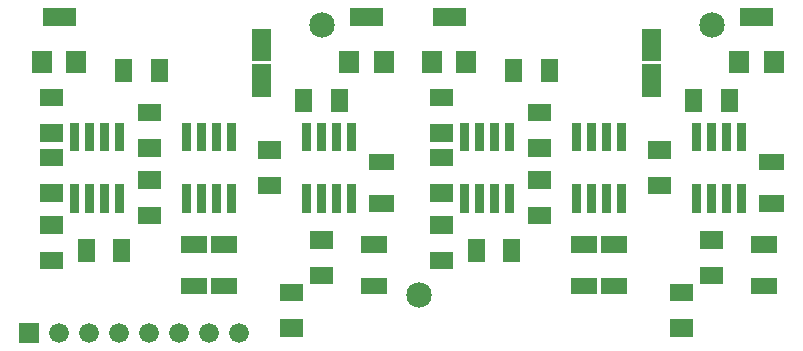
<source format=gts>
G04 start of page 6 for group -4063 idx -4063 *
G04 Title: 26.007.01.01.01, componentmask *
G04 Creator: pcb 4.2.2 *
G04 CreationDate: Sat Feb 13 13:51:24 2021 UTC *
G04 For: bert *
G04 Format: Gerber/RS-274X *
G04 PCB-Dimensions (mil): 2600.00 1150.00 *
G04 PCB-Coordinate-Origin: lower left *
%MOIN*%
%FSLAX25Y25*%
%LNGTS*%
%ADD34C,0.0850*%
%ADD33C,0.0660*%
%ADD32C,0.0001*%
G54D32*G36*
X1700Y8300D02*Y1700D01*
X8300D01*
Y8300D01*
X1700D01*
G37*
G54D33*X15000Y5000D03*
X25000D03*
X35000D03*
X45000D03*
X55000D03*
G54D34*X232500Y107500D03*
G54D33*X65000Y5000D03*
X75000D03*
G54D34*X135000Y17500D03*
X102500Y107500D03*
G54D32*G36*
X99000Y54500D02*X96000D01*
Y45000D01*
X99000D01*
Y54500D01*
G37*
G36*
X81157Y56954D02*Y51236D01*
X88843D01*
Y56954D01*
X81157D01*
G37*
G36*
X88657Y9454D02*Y3736D01*
X96343D01*
Y9454D01*
X88657D01*
G37*
G36*
Y21264D02*Y15546D01*
X96343D01*
Y21264D01*
X88657D01*
G37*
G36*
X98657Y26954D02*Y21236D01*
X106343D01*
Y26954D01*
X98657D01*
G37*
G36*
X104000Y54500D02*X101000D01*
Y45000D01*
X104000D01*
Y54500D01*
G37*
G36*
X109000D02*X106000D01*
Y45000D01*
X109000D01*
Y54500D01*
G37*
G36*
X114000D02*X111000D01*
Y45000D01*
X114000D01*
Y54500D01*
G37*
G36*
X98657Y38764D02*Y33046D01*
X106343D01*
Y38764D01*
X98657D01*
G37*
G36*
X156954Y36343D02*X151236D01*
Y28657D01*
X156954D01*
Y36343D01*
G37*
G36*
X138657Y31954D02*Y26236D01*
X146343D01*
Y31954D01*
X138657D01*
G37*
G36*
Y43764D02*Y38046D01*
X146343D01*
Y43764D01*
X138657D01*
G37*
G36*
X115768Y23366D02*Y17856D01*
X124232D01*
Y23366D01*
X115768D01*
G37*
G36*
Y37144D02*Y31633D01*
X124232D01*
Y37144D01*
X115768D01*
G37*
G36*
X168764Y36343D02*X163046D01*
Y28657D01*
X168764D01*
Y36343D01*
G37*
G36*
X171157Y46954D02*Y41236D01*
X178843D01*
Y46954D01*
X171157D01*
G37*
G36*
X138657Y66264D02*Y60546D01*
X146343D01*
Y66264D01*
X138657D01*
G37*
G36*
Y54454D02*Y48736D01*
X146343D01*
Y54454D01*
X138657D01*
G37*
G36*
X118268Y50866D02*Y45356D01*
X126732D01*
Y50866D01*
X118268D01*
G37*
G36*
Y64645D02*Y59134D01*
X126732D01*
Y64645D01*
X118268D01*
G37*
G36*
X59000Y54500D02*X56000D01*
Y45000D01*
X59000D01*
Y54500D01*
G37*
G36*
X8657Y54454D02*Y48736D01*
X16343D01*
Y54454D01*
X8657D01*
G37*
G36*
X21500Y54500D02*X18500D01*
Y45000D01*
X21500D01*
Y54500D01*
G37*
G36*
X26500D02*X23500D01*
Y45000D01*
X26500D01*
Y54500D01*
G37*
G36*
X31500D02*X28500D01*
Y45000D01*
X31500D01*
Y54500D01*
G37*
G36*
X36500D02*X33500D01*
Y45000D01*
X36500D01*
Y54500D01*
G37*
G36*
X64000D02*X61000D01*
Y45000D01*
X64000D01*
Y54500D01*
G37*
G36*
X69000D02*X66000D01*
Y45000D01*
X69000D01*
Y54500D01*
G37*
G36*
X74000D02*X71000D01*
Y45000D01*
X74000D01*
Y54500D01*
G37*
G36*
X41157Y46954D02*Y41236D01*
X48843D01*
Y46954D01*
X41157D01*
G37*
G36*
X26954Y36343D02*X21236D01*
Y28657D01*
X26954D01*
Y36343D01*
G37*
G36*
X38764D02*X33046D01*
Y28657D01*
X38764D01*
Y36343D01*
G37*
G36*
X8657Y31954D02*Y26236D01*
X16343D01*
Y31954D01*
X8657D01*
G37*
G36*
Y43764D02*Y38046D01*
X16343D01*
Y43764D01*
X8657D01*
G37*
G36*
X41157Y58764D02*Y53046D01*
X48843D01*
Y58764D01*
X41157D01*
G37*
G36*
X65768Y23366D02*Y17856D01*
X74232D01*
Y23366D01*
X65768D01*
G37*
G36*
Y37144D02*Y31633D01*
X74232D01*
Y37144D01*
X65768D01*
G37*
G36*
X55768D02*Y31633D01*
X64232D01*
Y37144D01*
X55768D01*
G37*
G36*
Y23366D02*Y17856D01*
X64232D01*
Y23366D01*
X55768D01*
G37*
G36*
X99454Y86343D02*X93736D01*
Y78657D01*
X99454D01*
Y86343D01*
G37*
G36*
X114000Y75000D02*X111000D01*
Y65500D01*
X114000D01*
Y75000D01*
G37*
G36*
X109000D02*X106000D01*
Y65500D01*
X109000D01*
Y75000D01*
G37*
G36*
X104000D02*X101000D01*
Y65500D01*
X104000D01*
Y75000D01*
G37*
G36*
X111264Y86343D02*X105546D01*
Y78657D01*
X111264D01*
Y86343D01*
G37*
G36*
X99000Y75000D02*X96000D01*
Y65500D01*
X99000D01*
Y75000D01*
G37*
G36*
X74000D02*X71000D01*
Y65500D01*
X74000D01*
Y75000D01*
G37*
G36*
X69000D02*X66000D01*
Y65500D01*
X69000D01*
Y75000D01*
G37*
G36*
X64000D02*X61000D01*
Y65500D01*
X64000D01*
Y75000D01*
G37*
G36*
X59000D02*X56000D01*
Y65500D01*
X59000D01*
Y75000D01*
G37*
G36*
X81157Y68764D02*Y63046D01*
X88843D01*
Y68764D01*
X81157D01*
G37*
G36*
X115138Y98956D02*X108446D01*
Y91478D01*
X115138D01*
Y98956D01*
G37*
G36*
X126554D02*X119862D01*
Y91478D01*
X126554D01*
Y98956D01*
G37*
G36*
X111988Y113130D02*Y107224D01*
X123012D01*
Y113130D01*
X111988D01*
G37*
G36*
X8657Y66264D02*Y60546D01*
X16343D01*
Y66264D01*
X8657D01*
G37*
G36*
X31500Y75000D02*X28500D01*
Y65500D01*
X31500D01*
Y75000D01*
G37*
G36*
X26500D02*X23500D01*
Y65500D01*
X26500D01*
Y75000D01*
G37*
G36*
X21500D02*X18500D01*
Y65500D01*
X21500D01*
Y75000D01*
G37*
G36*
X8657Y74454D02*Y68736D01*
X16343D01*
Y74454D01*
X8657D01*
G37*
G36*
X41157Y69454D02*Y63736D01*
X48843D01*
Y69454D01*
X41157D01*
G37*
G36*
X36500Y75000D02*X33500D01*
Y65500D01*
X36500D01*
Y75000D01*
G37*
G36*
X8657Y86264D02*Y80546D01*
X16343D01*
Y86264D01*
X8657D01*
G37*
G36*
X85574Y94532D02*X79426D01*
Y83658D01*
X85574D01*
Y94532D01*
G37*
G36*
Y106342D02*X79426D01*
Y95468D01*
X85574D01*
Y106342D01*
G37*
G36*
X39454Y96343D02*X33736D01*
Y88657D01*
X39454D01*
Y96343D01*
G37*
G36*
X51264D02*X45546D01*
Y88657D01*
X51264D01*
Y96343D01*
G37*
G36*
X41157Y81264D02*Y75546D01*
X48843D01*
Y81264D01*
X41157D01*
G37*
G36*
X12638Y98956D02*X5946D01*
Y91478D01*
X12638D01*
Y98956D01*
G37*
G36*
X24054D02*X17362D01*
Y91478D01*
X24054D01*
Y98956D01*
G37*
G36*
X9488Y113130D02*Y107224D01*
X20512D01*
Y113130D01*
X9488D01*
G37*
G36*
X211157Y56954D02*Y51236D01*
X218843D01*
Y56954D01*
X211157D01*
G37*
G36*
X248268Y50866D02*Y45356D01*
X256732D01*
Y50866D01*
X248268D01*
G37*
G36*
Y64645D02*Y59134D01*
X256732D01*
Y64645D01*
X248268D01*
G37*
G36*
X239000Y54500D02*X236000D01*
Y45000D01*
X239000D01*
Y54500D01*
G37*
G36*
X244000D02*X241000D01*
Y45000D01*
X244000D01*
Y54500D01*
G37*
G36*
X211157Y68764D02*Y63046D01*
X218843D01*
Y68764D01*
X211157D01*
G37*
G36*
X244000Y75000D02*X241000D01*
Y65500D01*
X244000D01*
Y75000D01*
G37*
G36*
X239000D02*X236000D01*
Y65500D01*
X239000D01*
Y75000D01*
G37*
G36*
X234000D02*X231000D01*
Y65500D01*
X234000D01*
Y75000D01*
G37*
G36*
X229000D02*X226000D01*
Y65500D01*
X229000D01*
Y75000D01*
G37*
G36*
X204000Y54500D02*X201000D01*
Y45000D01*
X204000D01*
Y54500D01*
G37*
G36*
Y75000D02*X201000D01*
Y65500D01*
X204000D01*
Y75000D01*
G37*
G36*
X229000Y54500D02*X226000D01*
Y45000D01*
X229000D01*
Y54500D01*
G37*
G36*
X234000D02*X231000D01*
Y45000D01*
X234000D01*
Y54500D01*
G37*
G36*
X169454Y96343D02*X163736D01*
Y88657D01*
X169454D01*
Y96343D01*
G37*
G36*
X181264D02*X175546D01*
Y88657D01*
X181264D01*
Y96343D01*
G37*
G36*
X142638Y98956D02*X135946D01*
Y91478D01*
X142638D01*
Y98956D01*
G37*
G36*
X154054D02*X147362D01*
Y91478D01*
X154054D01*
Y98956D01*
G37*
G36*
X139488Y113130D02*Y107224D01*
X150512D01*
Y113130D01*
X139488D01*
G37*
G36*
X171157Y58764D02*Y53046D01*
X178843D01*
Y58764D01*
X171157D01*
G37*
G36*
X151500Y54500D02*X148500D01*
Y45000D01*
X151500D01*
Y54500D01*
G37*
G36*
X156500D02*X153500D01*
Y45000D01*
X156500D01*
Y54500D01*
G37*
G36*
X161500D02*X158500D01*
Y45000D01*
X161500D01*
Y54500D01*
G37*
G36*
X166500D02*X163500D01*
Y45000D01*
X166500D01*
Y54500D01*
G37*
G36*
X171157Y69454D02*Y63736D01*
X178843D01*
Y69454D01*
X171157D01*
G37*
G36*
Y81264D02*Y75546D01*
X178843D01*
Y81264D01*
X171157D01*
G37*
G36*
X166500Y75000D02*X163500D01*
Y65500D01*
X166500D01*
Y75000D01*
G37*
G36*
X161500D02*X158500D01*
Y65500D01*
X161500D01*
Y75000D01*
G37*
G36*
X138657Y74454D02*Y68736D01*
X146343D01*
Y74454D01*
X138657D01*
G37*
G36*
Y86264D02*Y80546D01*
X146343D01*
Y86264D01*
X138657D01*
G37*
G36*
X156500Y75000D02*X153500D01*
Y65500D01*
X156500D01*
Y75000D01*
G37*
G36*
X151500D02*X148500D01*
Y65500D01*
X151500D01*
Y75000D01*
G37*
G36*
X189000Y54500D02*X186000D01*
Y45000D01*
X189000D01*
Y54500D01*
G37*
G36*
X194000D02*X191000D01*
Y45000D01*
X194000D01*
Y54500D01*
G37*
G36*
X199000D02*X196000D01*
Y45000D01*
X199000D01*
Y54500D01*
G37*
G36*
Y75000D02*X196000D01*
Y65500D01*
X199000D01*
Y75000D01*
G37*
G36*
X194000D02*X191000D01*
Y65500D01*
X194000D01*
Y75000D01*
G37*
G36*
X189000D02*X186000D01*
Y65500D01*
X189000D01*
Y75000D01*
G37*
G36*
X215574Y94532D02*X209426D01*
Y83658D01*
X215574D01*
Y94532D01*
G37*
G36*
X245138Y98956D02*X238446D01*
Y91478D01*
X245138D01*
Y98956D01*
G37*
G36*
X256554D02*X249862D01*
Y91478D01*
X256554D01*
Y98956D01*
G37*
G36*
X241989Y113130D02*Y107224D01*
X253011D01*
Y113130D01*
X241989D01*
G37*
G36*
X215574Y106342D02*X209426D01*
Y95468D01*
X215574D01*
Y106342D01*
G37*
G36*
X241264Y86343D02*X235546D01*
Y78657D01*
X241264D01*
Y86343D01*
G37*
G36*
X229454D02*X223736D01*
Y78657D01*
X229454D01*
Y86343D01*
G37*
G36*
X218657Y9454D02*Y3736D01*
X226343D01*
Y9454D01*
X218657D01*
G37*
G36*
Y21264D02*Y15546D01*
X226343D01*
Y21264D01*
X218657D01*
G37*
G36*
X195768Y37144D02*Y31633D01*
X204232D01*
Y37144D01*
X195768D01*
G37*
G36*
X185768D02*Y31633D01*
X194232D01*
Y37144D01*
X185768D01*
G37*
G36*
X195768Y23366D02*Y17856D01*
X204232D01*
Y23366D01*
X195768D01*
G37*
G36*
X185768D02*Y17856D01*
X194232D01*
Y23366D01*
X185768D01*
G37*
G36*
X228657Y26954D02*Y21236D01*
X236343D01*
Y26954D01*
X228657D01*
G37*
G36*
Y38764D02*Y33046D01*
X236343D01*
Y38764D01*
X228657D01*
G37*
G36*
X245768Y23366D02*Y17856D01*
X254232D01*
Y23366D01*
X245768D01*
G37*
G36*
Y37144D02*Y31633D01*
X254232D01*
Y37144D01*
X245768D01*
G37*
M02*

</source>
